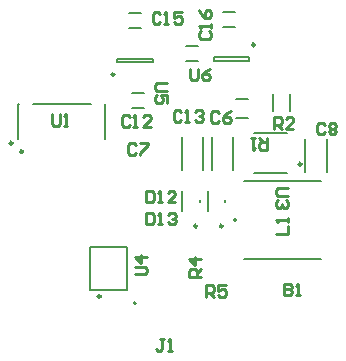
<source format=gto>
G04*
G04 #@! TF.GenerationSoftware,Altium Limited,Altium Designer,23.1.1 (15)*
G04*
G04 Layer_Color=65535*
%FSLAX44Y44*%
%MOMM*%
G71*
G04*
G04 #@! TF.SameCoordinates,B54EA911-69F6-478F-8CB3-DEBD2400B795*
G04*
G04*
G04 #@! TF.FilePolarity,Positive*
G04*
G01*
G75*
%ADD10C,0.2000*%
%ADD11C,0.2500*%
%ADD12C,0.1524*%
%ADD13C,0.2540*%
D10*
X1097892Y772076D02*
G03*
X1097892Y772076I-1000J0D01*
G01*
X1241381Y882712D02*
Y910833D01*
X1259503Y882712D02*
Y910833D01*
X1193735Y977254D02*
Y980254D01*
X1163735Y977254D02*
Y980254D01*
X1193735D01*
X1163735Y977254D02*
X1193735D01*
X998292Y911157D02*
Y940282D01*
X1072042Y911157D02*
Y940282D01*
X1071567D02*
X1072042D01*
X1010567D02*
X1059767D01*
X998292D02*
X998767D01*
X1182931Y928520D02*
X1192931D01*
X1182931Y944520D02*
X1192931D01*
X1198059Y882230D02*
X1225559D01*
X1198059Y916230D02*
X1225559D01*
X1180424Y884723D02*
Y912844D01*
X1162303Y884723D02*
Y912844D01*
X1154601Y884723D02*
Y912844D01*
X1136479Y884723D02*
Y912844D01*
X1214370Y934724D02*
Y949448D01*
X1228094Y934724D02*
Y949448D01*
X1082021Y976102D02*
Y979102D01*
X1112021Y976102D02*
Y979102D01*
X1082021Y976102D02*
X1112021D01*
X1082021Y979102D02*
X1112021D01*
X1058682Y783287D02*
Y819787D01*
X1090182D01*
Y783287D02*
Y819787D01*
X1058682Y783287D02*
X1090182D01*
X1094796Y950309D02*
X1104796D01*
X1094796Y937609D02*
X1104796D01*
X1140290Y989920D02*
X1150290D01*
X1140290Y977220D02*
X1150290D01*
X1092280Y1004894D02*
X1102280D01*
X1092280Y1017594D02*
X1102280D01*
X1171782Y1006047D02*
X1181782D01*
X1171782Y1018747D02*
X1181782D01*
X1137290Y849770D02*
Y867270D01*
X1151790Y857770D02*
Y859270D01*
X1158932Y849770D02*
Y867270D01*
X1173432Y857770D02*
Y859270D01*
D11*
X1198485Y990754D02*
G03*
X1198485Y990754I-1250J0D01*
G01*
X993542Y907407D02*
G03*
X993542Y907407I-1250J0D01*
G01*
X1238100Y889730D02*
G03*
X1238100Y889730I-1250J0D01*
G01*
X1002280Y900398D02*
G03*
X1002280Y900398I-1250J0D01*
G01*
X1079771Y965602D02*
G03*
X1079771Y965602I-1250J0D01*
G01*
X1068182Y777787D02*
G03*
X1068182Y777787I-1250J0D01*
G01*
X1149790Y837270D02*
G03*
X1149790Y837270I-1250J0D01*
G01*
X1171432D02*
G03*
X1171432Y837270I-1250J0D01*
G01*
D12*
X1182877Y842364D02*
G03*
X1182877Y842364I-1270J0D01*
G01*
X1189375Y809598D02*
X1254907D01*
X1189375Y875130D02*
X1254907D01*
D13*
X1223204Y788588D02*
Y778592D01*
X1228202D01*
X1229868Y780258D01*
Y781924D01*
X1228202Y783590D01*
X1223204D01*
X1228202D01*
X1229868Y785256D01*
Y786922D01*
X1228202Y788588D01*
X1223204D01*
X1233200Y778592D02*
X1236533D01*
X1234866D01*
Y788588D01*
X1233200Y786922D01*
X1026608Y931844D02*
Y923514D01*
X1028274Y921848D01*
X1031606D01*
X1033272Y923514D01*
Y931844D01*
X1036604Y921848D02*
X1039937D01*
X1038270D01*
Y931844D01*
X1036604Y930178D01*
X1226484Y869391D02*
X1218154D01*
X1216488Y867725D01*
Y864392D01*
X1218154Y862726D01*
X1226484D01*
X1224818Y859394D02*
X1226484Y857728D01*
Y854395D01*
X1224818Y852729D01*
X1223152D01*
X1221486Y854395D01*
Y856062D01*
Y854395D01*
X1219820Y852729D01*
X1218154D01*
X1216488Y854395D01*
Y857728D01*
X1218154Y859394D01*
X1214638Y919768D02*
Y929765D01*
X1219637D01*
X1221303Y928099D01*
Y924767D01*
X1219637Y923101D01*
X1214638D01*
X1217971D02*
X1221303Y919768D01*
X1231300D02*
X1224635D01*
X1231300Y926433D01*
Y928099D01*
X1229633Y929765D01*
X1226301D01*
X1224635Y928099D01*
X1208696Y911929D02*
Y901933D01*
X1203698D01*
X1202032Y903599D01*
Y906931D01*
X1203698Y908597D01*
X1208696D01*
X1205364D02*
X1202032Y911929D01*
X1198699D02*
X1195367D01*
X1197033D01*
Y901933D01*
X1198699Y903599D01*
X1216742Y830773D02*
X1226738D01*
Y837438D01*
Y840770D02*
Y844102D01*
Y842436D01*
X1216742D01*
X1218408Y840770D01*
X1098154Y905540D02*
X1096488Y907206D01*
X1093156D01*
X1091489Y905540D01*
Y898876D01*
X1093156Y897210D01*
X1096488D01*
X1098154Y898876D01*
X1101486Y907206D02*
X1108151D01*
Y905540D01*
X1101486Y898876D01*
Y897210D01*
X1168004Y932972D02*
X1166338Y934638D01*
X1163006D01*
X1161339Y932972D01*
Y926308D01*
X1163006Y924642D01*
X1166338D01*
X1168004Y926308D01*
X1178001Y934638D02*
X1174668Y932972D01*
X1171336Y929640D01*
Y926308D01*
X1173002Y924642D01*
X1176335D01*
X1178001Y926308D01*
Y927974D01*
X1176335Y929640D01*
X1171336D01*
X1257668Y923174D02*
X1256002Y924840D01*
X1252670D01*
X1251004Y923174D01*
Y916509D01*
X1252670Y914843D01*
X1256002D01*
X1257668Y916509D01*
X1261001Y923174D02*
X1262667Y924840D01*
X1265999D01*
X1267665Y923174D01*
Y921508D01*
X1265999Y919842D01*
X1267665Y918175D01*
Y916509D01*
X1265999Y914843D01*
X1262667D01*
X1261001Y916509D01*
Y918175D01*
X1262667Y919842D01*
X1261001Y921508D01*
Y923174D01*
X1262667Y919842D02*
X1265999D01*
X1121410Y741598D02*
X1118078D01*
X1119744D01*
Y733268D01*
X1118078Y731602D01*
X1116412D01*
X1114745Y733268D01*
X1124742Y731602D02*
X1128074D01*
X1126408D01*
Y741598D01*
X1124742Y739932D01*
X1124376Y958545D02*
X1116046D01*
X1114380Y956879D01*
Y953546D01*
X1116046Y951880D01*
X1124376D01*
Y941883D02*
Y948548D01*
X1119378D01*
X1121044Y945216D01*
Y943549D01*
X1119378Y941883D01*
X1116046D01*
X1114380Y943549D01*
Y946882D01*
X1116046Y948548D01*
X1143636Y970648D02*
Y962317D01*
X1145302Y960651D01*
X1148634D01*
X1150300Y962317D01*
Y970648D01*
X1160297D02*
X1156965Y968982D01*
X1153633Y965650D01*
Y962317D01*
X1155299Y960651D01*
X1158631D01*
X1160297Y962317D01*
Y963983D01*
X1158631Y965650D01*
X1153633D01*
X1092465Y929416D02*
X1090798Y931082D01*
X1087466D01*
X1085800Y929416D01*
Y922752D01*
X1087466Y921086D01*
X1090798D01*
X1092465Y922752D01*
X1095797Y921086D02*
X1099129D01*
X1097463D01*
Y931082D01*
X1095797Y929416D01*
X1110792Y921086D02*
X1104128D01*
X1110792Y927750D01*
Y929416D01*
X1109126Y931082D01*
X1105794D01*
X1104128Y929416D01*
X1136406Y933480D02*
X1134740Y935146D01*
X1131408D01*
X1129742Y933480D01*
Y926816D01*
X1131408Y925150D01*
X1134740D01*
X1136406Y926816D01*
X1139739Y925150D02*
X1143071D01*
X1141405D01*
Y935146D01*
X1139739Y933480D01*
X1148070D02*
X1149736Y935146D01*
X1153068D01*
X1154734Y933480D01*
Y931814D01*
X1153068Y930148D01*
X1151402D01*
X1153068D01*
X1154734Y928482D01*
Y926816D01*
X1153068Y925150D01*
X1149736D01*
X1148070Y926816D01*
X1118626Y1016538D02*
X1116960Y1018204D01*
X1113628D01*
X1111962Y1016538D01*
Y1009874D01*
X1113628Y1008208D01*
X1116960D01*
X1118626Y1009874D01*
X1121959Y1008208D02*
X1125291D01*
X1123625D01*
Y1018204D01*
X1121959Y1016538D01*
X1136954Y1018204D02*
X1130290D01*
Y1013206D01*
X1133622Y1014872D01*
X1135288D01*
X1136954Y1013206D01*
Y1009874D01*
X1135288Y1008208D01*
X1131956D01*
X1130290Y1009874D01*
X1152876Y1002040D02*
X1151210Y1000374D01*
Y997042D01*
X1152876Y995376D01*
X1159540D01*
X1161206Y997042D01*
Y1000374D01*
X1159540Y1002040D01*
X1161206Y1005373D02*
Y1008705D01*
Y1007039D01*
X1151210D01*
X1152876Y1005373D01*
X1151210Y1020368D02*
X1152876Y1017036D01*
X1156208Y1013704D01*
X1159540D01*
X1161206Y1015370D01*
Y1018702D01*
X1159540Y1020368D01*
X1157874D01*
X1156208Y1018702D01*
Y1013704D01*
X1097108Y796341D02*
X1105438D01*
X1107104Y798008D01*
Y801340D01*
X1105438Y803006D01*
X1097108D01*
X1107104Y811337D02*
X1097108D01*
X1102106Y806338D01*
Y813003D01*
X1157275Y777068D02*
Y787064D01*
X1162274D01*
X1163940Y785398D01*
Y782066D01*
X1162274Y780400D01*
X1157275D01*
X1160608D02*
X1163940Y777068D01*
X1173937Y787064D02*
X1167272D01*
Y782066D01*
X1170604Y783732D01*
X1172271D01*
X1173937Y782066D01*
Y778734D01*
X1172271Y777068D01*
X1168938D01*
X1167272Y778734D01*
X1152695Y794186D02*
X1142698D01*
Y799184D01*
X1144364Y800850D01*
X1147696D01*
X1149362Y799184D01*
Y794186D01*
Y797518D02*
X1152695Y800850D01*
Y809181D02*
X1142698D01*
X1147696Y804183D01*
Y810847D01*
X1106685Y848683D02*
Y838687D01*
X1111684D01*
X1113350Y840353D01*
Y847017D01*
X1111684Y848683D01*
X1106685D01*
X1116682Y838687D02*
X1120014D01*
X1118348D01*
Y848683D01*
X1116682Y847017D01*
X1125013D02*
X1126679Y848683D01*
X1130011D01*
X1131677Y847017D01*
Y845351D01*
X1130011Y843685D01*
X1128345D01*
X1130011D01*
X1131677Y842019D01*
Y840353D01*
X1130011Y838687D01*
X1126679D01*
X1125013Y840353D01*
X1106374Y867328D02*
Y857332D01*
X1111372D01*
X1113038Y858998D01*
Y865662D01*
X1111372Y867328D01*
X1106374D01*
X1116371Y857332D02*
X1119703D01*
X1118037D01*
Y867328D01*
X1116371Y865662D01*
X1131366Y857332D02*
X1124702D01*
X1131366Y863996D01*
Y865662D01*
X1129700Y867328D01*
X1126368D01*
X1124702Y865662D01*
M02*

</source>
